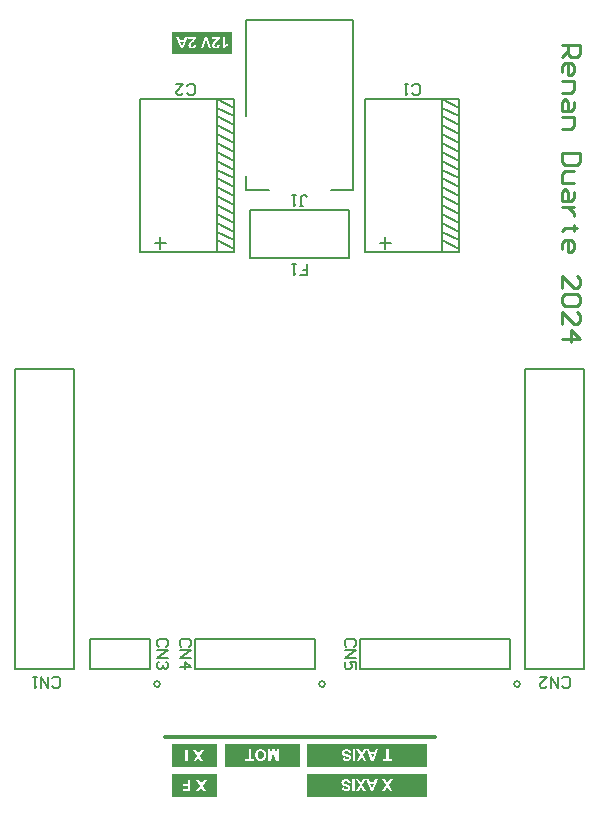
<source format=gto>
G04*
G04 #@! TF.GenerationSoftware,Altium Limited,CircuitStudio,1.5.2 (30)*
G04*
G04 Layer_Color=15065295*
%FSLAX44Y44*%
%MOMM*%
G71*
G01*
G75*
%ADD18C,0.2540*%
%ADD31C,0.1524*%
%ADD32C,0.1270*%
%ADD33C,0.1500*%
%ADD34C,0.3000*%
G36*
X1382950Y1022225D02*
X1281350D01*
Y1041275D01*
X1382950D01*
Y1022225D01*
D02*
G37*
G36*
X1217850Y1650875D02*
X1167050D01*
Y1669925D01*
X1217850D01*
Y1650875D01*
D02*
G37*
G36*
X1275000Y1047625D02*
X1211500D01*
Y1066675D01*
X1275000D01*
Y1047625D01*
D02*
G37*
G36*
X1205150Y1022225D02*
X1167050D01*
Y1041275D01*
X1205150D01*
Y1022225D01*
D02*
G37*
G36*
Y1047625D02*
X1167050D01*
Y1066675D01*
X1205150D01*
Y1047625D01*
D02*
G37*
G36*
X1382950D02*
X1281350D01*
Y1066675D01*
X1382950D01*
Y1047625D01*
D02*
G37*
%LPC*%
G36*
X1353832Y1036723D02*
X1351510D01*
X1349364Y1033463D01*
X1347229Y1036723D01*
X1344897D01*
X1348208Y1031713D01*
X1345188Y1027110D01*
X1347438D01*
X1349354Y1029995D01*
X1351249Y1027110D01*
X1353519D01*
X1350500Y1031724D01*
X1353832Y1036723D01*
D02*
G37*
G36*
X1350447Y1062123D02*
X1348510D01*
Y1054135D01*
X1345678D01*
Y1052510D01*
X1353301D01*
Y1054135D01*
X1350447D01*
Y1062123D01*
D02*
G37*
G36*
X1322111D02*
X1320174D01*
Y1052510D01*
X1322111D01*
Y1062123D01*
D02*
G37*
G36*
X1341148Y1036723D02*
X1339096D01*
X1338294Y1034536D01*
X1334451D01*
X1333608Y1036723D01*
X1331494D01*
X1335347Y1027110D01*
X1337409D01*
X1341148Y1036723D01*
D02*
G37*
G36*
X1331452D02*
X1329130D01*
X1326985Y1033463D01*
X1324850Y1036723D01*
X1322517D01*
X1325829Y1031713D01*
X1322809Y1027110D01*
X1325058D01*
X1326974Y1029995D01*
X1328870Y1027110D01*
X1331140D01*
X1328120Y1031724D01*
X1331452Y1036723D01*
D02*
G37*
G36*
X1331983Y1062123D02*
X1329661D01*
X1327516Y1058863D01*
X1325381Y1062123D01*
X1323048D01*
X1326360Y1057113D01*
X1323340Y1052510D01*
X1325589D01*
X1327505Y1055395D01*
X1329401Y1052510D01*
X1331671D01*
X1328651Y1057124D01*
X1331983Y1062123D01*
D02*
G37*
G36*
X1341679D02*
X1339627D01*
X1338825Y1059936D01*
X1334983D01*
X1334139Y1062123D01*
X1332025D01*
X1335878Y1052510D01*
X1337940D01*
X1341679Y1062123D01*
D02*
G37*
G36*
X1314946Y1062300D02*
X1314634D01*
X1314415Y1062289D01*
X1314196Y1062268D01*
X1314009Y1062247D01*
X1313821Y1062216D01*
X1313644Y1062196D01*
X1313488Y1062164D01*
X1313342Y1062123D01*
X1313217Y1062091D01*
X1313103Y1062060D01*
X1312999Y1062039D01*
X1312915Y1062008D01*
X1312853Y1061987D01*
X1312811Y1061966D01*
X1312780Y1061956D01*
X1312769D01*
X1312467Y1061810D01*
X1312207Y1061644D01*
X1311989Y1061456D01*
X1311801Y1061289D01*
X1311655Y1061133D01*
X1311603Y1061060D01*
X1311551Y1060998D01*
X1311520Y1060956D01*
X1311489Y1060915D01*
X1311468Y1060894D01*
Y1060883D01*
X1311384Y1060748D01*
X1311312Y1060602D01*
X1311197Y1060331D01*
X1311114Y1060071D01*
X1311062Y1059831D01*
X1311041Y1059727D01*
X1311020Y1059634D01*
X1311010Y1059540D01*
Y1059467D01*
X1310999Y1059415D01*
Y1059363D01*
Y1059342D01*
Y1059332D01*
X1311020Y1059009D01*
X1311062Y1058707D01*
X1311124Y1058446D01*
X1311155Y1058332D01*
X1311187Y1058228D01*
X1311228Y1058134D01*
X1311259Y1058051D01*
X1311291Y1057978D01*
X1311322Y1057915D01*
X1311353Y1057863D01*
X1311364Y1057832D01*
X1311384Y1057811D01*
Y1057801D01*
X1311541Y1057582D01*
X1311718Y1057384D01*
X1311895Y1057218D01*
X1312061Y1057072D01*
X1312218Y1056968D01*
X1312343Y1056884D01*
X1312395Y1056863D01*
X1312426Y1056843D01*
X1312447Y1056822D01*
X1312457D01*
X1312592Y1056759D01*
X1312738Y1056686D01*
X1312905Y1056624D01*
X1313071Y1056562D01*
X1313415Y1056447D01*
X1313759Y1056343D01*
X1313915Y1056301D01*
X1314071Y1056260D01*
X1314196Y1056218D01*
X1314321Y1056187D01*
X1314415Y1056166D01*
X1314488Y1056145D01*
X1314530Y1056134D01*
X1314550D01*
X1314800Y1056072D01*
X1315029Y1056010D01*
X1315238Y1055947D01*
X1315425Y1055885D01*
X1315592Y1055833D01*
X1315737Y1055780D01*
X1315862Y1055728D01*
X1315967Y1055687D01*
X1316060Y1055645D01*
X1316144Y1055603D01*
X1316206Y1055572D01*
X1316248Y1055541D01*
X1316290Y1055520D01*
X1316310Y1055499D01*
X1316331Y1055489D01*
X1316425Y1055395D01*
X1316498Y1055301D01*
X1316539Y1055197D01*
X1316581Y1055104D01*
X1316602Y1055031D01*
X1316612Y1054958D01*
Y1054916D01*
Y1054906D01*
X1316602Y1054770D01*
X1316560Y1054656D01*
X1316519Y1054552D01*
X1316456Y1054468D01*
X1316404Y1054406D01*
X1316352Y1054354D01*
X1316321Y1054323D01*
X1316310Y1054312D01*
X1316112Y1054197D01*
X1315904Y1054104D01*
X1315675Y1054041D01*
X1315467Y1054000D01*
X1315269Y1053979D01*
X1315186Y1053968D01*
X1315113Y1053958D01*
X1314977D01*
X1314686Y1053968D01*
X1314436Y1054010D01*
X1314227Y1054062D01*
X1314050Y1054125D01*
X1313915Y1054187D01*
X1313821Y1054239D01*
X1313769Y1054281D01*
X1313748Y1054291D01*
X1313603Y1054427D01*
X1313488Y1054593D01*
X1313394Y1054770D01*
X1313322Y1054937D01*
X1313269Y1055093D01*
X1313249Y1055166D01*
X1313228Y1055229D01*
X1313217Y1055270D01*
Y1055312D01*
X1313207Y1055333D01*
Y1055343D01*
X1311270Y1055270D01*
X1311291Y1055031D01*
X1311322Y1054801D01*
X1311374Y1054583D01*
X1311447Y1054385D01*
X1311520Y1054197D01*
X1311603Y1054020D01*
X1311687Y1053864D01*
X1311770Y1053718D01*
X1311864Y1053594D01*
X1311947Y1053479D01*
X1312020Y1053375D01*
X1312093Y1053302D01*
X1312155Y1053239D01*
X1312197Y1053187D01*
X1312228Y1053167D01*
X1312238Y1053156D01*
X1312415Y1053010D01*
X1312613Y1052896D01*
X1312832Y1052781D01*
X1313051Y1052688D01*
X1313269Y1052615D01*
X1313499Y1052552D01*
X1313728Y1052500D01*
X1313936Y1052458D01*
X1314144Y1052417D01*
X1314342Y1052396D01*
X1314509Y1052375D01*
X1314665Y1052365D01*
X1314779Y1052354D01*
X1314957D01*
X1315363Y1052365D01*
X1315540Y1052385D01*
X1315727Y1052406D01*
X1315894Y1052438D01*
X1316050Y1052458D01*
X1316185Y1052490D01*
X1316321Y1052521D01*
X1316446Y1052562D01*
X1316550Y1052594D01*
X1316633Y1052615D01*
X1316716Y1052646D01*
X1316768Y1052667D01*
X1316821Y1052688D01*
X1316841Y1052698D01*
X1316852D01*
X1317123Y1052833D01*
X1317372Y1052990D01*
X1317570Y1053146D01*
X1317747Y1053302D01*
X1317872Y1053448D01*
X1317977Y1053562D01*
X1318008Y1053604D01*
X1318029Y1053635D01*
X1318049Y1053656D01*
Y1053666D01*
X1318185Y1053906D01*
X1318289Y1054145D01*
X1318362Y1054385D01*
X1318414Y1054593D01*
X1318445Y1054770D01*
X1318456Y1054854D01*
Y1054916D01*
X1318466Y1054968D01*
Y1055010D01*
Y1055031D01*
Y1055041D01*
X1318456Y1055249D01*
X1318424Y1055447D01*
X1318383Y1055645D01*
X1318331Y1055822D01*
X1318258Y1055989D01*
X1318185Y1056155D01*
X1318102Y1056301D01*
X1318018Y1056436D01*
X1317945Y1056562D01*
X1317862Y1056666D01*
X1317789Y1056759D01*
X1317716Y1056832D01*
X1317664Y1056895D01*
X1317623Y1056936D01*
X1317591Y1056968D01*
X1317581Y1056978D01*
X1317456Y1057082D01*
X1317310Y1057176D01*
X1317143Y1057270D01*
X1316977Y1057363D01*
X1316612Y1057520D01*
X1316248Y1057665D01*
X1316081Y1057717D01*
X1315925Y1057769D01*
X1315779Y1057822D01*
X1315644Y1057853D01*
X1315540Y1057884D01*
X1315467Y1057905D01*
X1315415Y1057926D01*
X1315394D01*
X1315175Y1057978D01*
X1314977Y1058030D01*
X1314800Y1058072D01*
X1314644Y1058113D01*
X1314498Y1058155D01*
X1314373Y1058186D01*
X1314259Y1058217D01*
X1314165Y1058249D01*
X1314082Y1058269D01*
X1314019Y1058290D01*
X1313957Y1058311D01*
X1313915Y1058322D01*
X1313884Y1058332D01*
X1313863D01*
X1313842Y1058342D01*
X1313665Y1058415D01*
X1313519Y1058478D01*
X1313405Y1058551D01*
X1313301Y1058613D01*
X1313238Y1058676D01*
X1313186Y1058717D01*
X1313155Y1058748D01*
X1313144Y1058759D01*
X1313071Y1058853D01*
X1313020Y1058946D01*
X1312988Y1059050D01*
X1312957Y1059144D01*
X1312947Y1059217D01*
X1312936Y1059279D01*
Y1059332D01*
Y1059342D01*
Y1059436D01*
X1312957Y1059529D01*
X1313009Y1059706D01*
X1313092Y1059873D01*
X1313176Y1060008D01*
X1313259Y1060113D01*
X1313342Y1060196D01*
X1313394Y1060248D01*
X1313405Y1060269D01*
X1313415D01*
X1313509Y1060342D01*
X1313613Y1060404D01*
X1313842Y1060498D01*
X1314082Y1060571D01*
X1314311Y1060612D01*
X1314519Y1060644D01*
X1314602Y1060654D01*
X1314686D01*
X1314748Y1060665D01*
X1314842D01*
X1315154Y1060644D01*
X1315435Y1060592D01*
X1315675Y1060529D01*
X1315883Y1060446D01*
X1315967Y1060404D01*
X1316039Y1060363D01*
X1316112Y1060331D01*
X1316165Y1060300D01*
X1316206Y1060269D01*
X1316237Y1060248D01*
X1316248Y1060227D01*
X1316258D01*
X1316352Y1060134D01*
X1316435Y1060040D01*
X1316581Y1059821D01*
X1316706Y1059582D01*
X1316800Y1059352D01*
X1316862Y1059144D01*
X1316893Y1059061D01*
X1316914Y1058978D01*
X1316925Y1058915D01*
X1316935Y1058863D01*
X1316946Y1058832D01*
Y1058821D01*
X1318831Y1059009D01*
X1318789Y1059300D01*
X1318726Y1059582D01*
X1318653Y1059831D01*
X1318570Y1060071D01*
X1318476Y1060290D01*
X1318383Y1060498D01*
X1318279Y1060675D01*
X1318174Y1060842D01*
X1318081Y1060987D01*
X1317987Y1061112D01*
X1317893Y1061217D01*
X1317820Y1061310D01*
X1317758Y1061373D01*
X1317706Y1061425D01*
X1317675Y1061456D01*
X1317664Y1061467D01*
X1317466Y1061612D01*
X1317258Y1061737D01*
X1317039Y1061852D01*
X1316810Y1061945D01*
X1316581Y1062029D01*
X1316352Y1062091D01*
X1316123Y1062154D01*
X1315894Y1062196D01*
X1315685Y1062227D01*
X1315488Y1062258D01*
X1315311Y1062279D01*
X1315165Y1062289D01*
X1315040D01*
X1314946Y1062300D01*
D02*
G37*
G36*
X1314415Y1036900D02*
X1314102D01*
X1313884Y1036889D01*
X1313665Y1036868D01*
X1313478Y1036848D01*
X1313290Y1036816D01*
X1313113Y1036796D01*
X1312957Y1036764D01*
X1312811Y1036723D01*
X1312686Y1036691D01*
X1312572Y1036660D01*
X1312467Y1036639D01*
X1312384Y1036608D01*
X1312322Y1036587D01*
X1312280Y1036566D01*
X1312249Y1036556D01*
X1312238D01*
X1311936Y1036410D01*
X1311676Y1036244D01*
X1311457Y1036056D01*
X1311270Y1035889D01*
X1311124Y1035733D01*
X1311072Y1035660D01*
X1311020Y1035598D01*
X1310989Y1035556D01*
X1310957Y1035515D01*
X1310937Y1035494D01*
Y1035483D01*
X1310853Y1035348D01*
X1310780Y1035202D01*
X1310666Y1034931D01*
X1310583Y1034671D01*
X1310531Y1034432D01*
X1310510Y1034327D01*
X1310489Y1034234D01*
X1310479Y1034140D01*
Y1034067D01*
X1310468Y1034015D01*
Y1033963D01*
Y1033942D01*
Y1033932D01*
X1310489Y1033609D01*
X1310531Y1033307D01*
X1310593Y1033046D01*
X1310624Y1032932D01*
X1310656Y1032828D01*
X1310697Y1032734D01*
X1310728Y1032651D01*
X1310760Y1032578D01*
X1310791Y1032515D01*
X1310822Y1032463D01*
X1310833Y1032432D01*
X1310853Y1032411D01*
Y1032401D01*
X1311010Y1032182D01*
X1311187Y1031984D01*
X1311364Y1031818D01*
X1311530Y1031672D01*
X1311687Y1031568D01*
X1311811Y1031484D01*
X1311864Y1031463D01*
X1311895Y1031443D01*
X1311916Y1031422D01*
X1311926D01*
X1312061Y1031359D01*
X1312207Y1031286D01*
X1312374Y1031224D01*
X1312540Y1031161D01*
X1312884Y1031047D01*
X1313228Y1030943D01*
X1313384Y1030901D01*
X1313540Y1030860D01*
X1313665Y1030818D01*
X1313790Y1030787D01*
X1313884Y1030766D01*
X1313957Y1030745D01*
X1313998Y1030734D01*
X1314019D01*
X1314269Y1030672D01*
X1314498Y1030610D01*
X1314707Y1030547D01*
X1314894Y1030485D01*
X1315061Y1030433D01*
X1315206Y1030380D01*
X1315331Y1030328D01*
X1315435Y1030287D01*
X1315529Y1030245D01*
X1315613Y1030203D01*
X1315675Y1030172D01*
X1315717Y1030141D01*
X1315758Y1030120D01*
X1315779Y1030099D01*
X1315800Y1030089D01*
X1315894Y1029995D01*
X1315967Y1029901D01*
X1316008Y1029797D01*
X1316050Y1029704D01*
X1316071Y1029631D01*
X1316081Y1029558D01*
Y1029516D01*
Y1029506D01*
X1316071Y1029370D01*
X1316029Y1029256D01*
X1315988Y1029152D01*
X1315925Y1029068D01*
X1315873Y1029006D01*
X1315821Y1028954D01*
X1315790Y1028923D01*
X1315779Y1028912D01*
X1315581Y1028798D01*
X1315373Y1028704D01*
X1315144Y1028641D01*
X1314936Y1028600D01*
X1314738Y1028579D01*
X1314655Y1028568D01*
X1314582Y1028558D01*
X1314446D01*
X1314155Y1028568D01*
X1313905Y1028610D01*
X1313696Y1028662D01*
X1313519Y1028725D01*
X1313384Y1028787D01*
X1313290Y1028839D01*
X1313238Y1028881D01*
X1313217Y1028891D01*
X1313071Y1029027D01*
X1312957Y1029193D01*
X1312863Y1029370D01*
X1312790Y1029537D01*
X1312738Y1029693D01*
X1312717Y1029766D01*
X1312697Y1029828D01*
X1312686Y1029870D01*
Y1029912D01*
X1312676Y1029933D01*
Y1029943D01*
X1310739Y1029870D01*
X1310760Y1029631D01*
X1310791Y1029401D01*
X1310843Y1029183D01*
X1310916Y1028985D01*
X1310989Y1028798D01*
X1311072Y1028621D01*
X1311155Y1028464D01*
X1311239Y1028318D01*
X1311332Y1028194D01*
X1311416Y1028079D01*
X1311489Y1027975D01*
X1311561Y1027902D01*
X1311624Y1027839D01*
X1311666Y1027787D01*
X1311697Y1027766D01*
X1311707Y1027756D01*
X1311884Y1027610D01*
X1312082Y1027496D01*
X1312301Y1027381D01*
X1312520Y1027288D01*
X1312738Y1027215D01*
X1312967Y1027152D01*
X1313197Y1027100D01*
X1313405Y1027058D01*
X1313613Y1027017D01*
X1313811Y1026996D01*
X1313978Y1026975D01*
X1314134Y1026965D01*
X1314248Y1026954D01*
X1314425D01*
X1314832Y1026965D01*
X1315009Y1026985D01*
X1315196Y1027006D01*
X1315363Y1027038D01*
X1315519Y1027058D01*
X1315654Y1027090D01*
X1315790Y1027121D01*
X1315915Y1027162D01*
X1316019Y1027194D01*
X1316102Y1027215D01*
X1316185Y1027246D01*
X1316237Y1027267D01*
X1316290Y1027288D01*
X1316310Y1027298D01*
X1316321D01*
X1316591Y1027433D01*
X1316841Y1027589D01*
X1317039Y1027746D01*
X1317216Y1027902D01*
X1317341Y1028048D01*
X1317445Y1028162D01*
X1317477Y1028204D01*
X1317498Y1028235D01*
X1317518Y1028256D01*
Y1028266D01*
X1317654Y1028506D01*
X1317758Y1028745D01*
X1317831Y1028985D01*
X1317883Y1029193D01*
X1317914Y1029370D01*
X1317924Y1029454D01*
Y1029516D01*
X1317935Y1029568D01*
Y1029610D01*
Y1029631D01*
Y1029641D01*
X1317924Y1029849D01*
X1317893Y1030047D01*
X1317852Y1030245D01*
X1317800Y1030422D01*
X1317727Y1030589D01*
X1317654Y1030755D01*
X1317570Y1030901D01*
X1317487Y1031037D01*
X1317414Y1031161D01*
X1317331Y1031266D01*
X1317258Y1031359D01*
X1317185Y1031432D01*
X1317133Y1031495D01*
X1317091Y1031536D01*
X1317060Y1031568D01*
X1317050Y1031578D01*
X1316925Y1031682D01*
X1316779Y1031776D01*
X1316612Y1031870D01*
X1316446Y1031963D01*
X1316081Y1032120D01*
X1315717Y1032265D01*
X1315550Y1032317D01*
X1315394Y1032370D01*
X1315248Y1032422D01*
X1315113Y1032453D01*
X1315009Y1032484D01*
X1314936Y1032505D01*
X1314884Y1032526D01*
X1314863D01*
X1314644Y1032578D01*
X1314446Y1032630D01*
X1314269Y1032672D01*
X1314113Y1032713D01*
X1313967Y1032755D01*
X1313842Y1032786D01*
X1313728Y1032817D01*
X1313634Y1032849D01*
X1313551Y1032869D01*
X1313488Y1032890D01*
X1313426Y1032911D01*
X1313384Y1032922D01*
X1313353Y1032932D01*
X1313332D01*
X1313311Y1032942D01*
X1313134Y1033015D01*
X1312988Y1033078D01*
X1312874Y1033151D01*
X1312769Y1033213D01*
X1312707Y1033276D01*
X1312655Y1033317D01*
X1312624Y1033348D01*
X1312613Y1033359D01*
X1312540Y1033453D01*
X1312488Y1033546D01*
X1312457Y1033650D01*
X1312426Y1033744D01*
X1312415Y1033817D01*
X1312405Y1033879D01*
Y1033932D01*
Y1033942D01*
Y1034036D01*
X1312426Y1034129D01*
X1312478Y1034306D01*
X1312561Y1034473D01*
X1312645Y1034609D01*
X1312728Y1034713D01*
X1312811Y1034796D01*
X1312863Y1034848D01*
X1312874Y1034869D01*
X1312884D01*
X1312978Y1034942D01*
X1313082Y1035004D01*
X1313311Y1035098D01*
X1313551Y1035171D01*
X1313780Y1035212D01*
X1313988Y1035244D01*
X1314071Y1035254D01*
X1314155D01*
X1314217Y1035265D01*
X1314311D01*
X1314623Y1035244D01*
X1314904Y1035192D01*
X1315144Y1035129D01*
X1315352Y1035046D01*
X1315435Y1035004D01*
X1315508Y1034963D01*
X1315581Y1034931D01*
X1315633Y1034900D01*
X1315675Y1034869D01*
X1315706Y1034848D01*
X1315717Y1034827D01*
X1315727D01*
X1315821Y1034734D01*
X1315904Y1034640D01*
X1316050Y1034421D01*
X1316175Y1034182D01*
X1316269Y1033952D01*
X1316331Y1033744D01*
X1316362Y1033661D01*
X1316383Y1033577D01*
X1316394Y1033515D01*
X1316404Y1033463D01*
X1316414Y1033432D01*
Y1033421D01*
X1318299Y1033609D01*
X1318258Y1033900D01*
X1318195Y1034182D01*
X1318122Y1034432D01*
X1318039Y1034671D01*
X1317945Y1034890D01*
X1317852Y1035098D01*
X1317747Y1035275D01*
X1317643Y1035442D01*
X1317550Y1035587D01*
X1317456Y1035712D01*
X1317362Y1035816D01*
X1317289Y1035910D01*
X1317227Y1035973D01*
X1317175Y1036025D01*
X1317143Y1036056D01*
X1317133Y1036067D01*
X1316935Y1036212D01*
X1316727Y1036337D01*
X1316508Y1036452D01*
X1316279Y1036545D01*
X1316050Y1036629D01*
X1315821Y1036691D01*
X1315592Y1036754D01*
X1315363Y1036796D01*
X1315154Y1036827D01*
X1314957Y1036858D01*
X1314779Y1036879D01*
X1314634Y1036889D01*
X1314509D01*
X1314415Y1036900D01*
D02*
G37*
G36*
X1321580Y1036723D02*
X1319643D01*
Y1027110D01*
X1321580D01*
Y1036723D01*
D02*
G37*
G36*
X1182564Y1036556D02*
X1180627D01*
Y1032474D01*
X1176608D01*
Y1030849D01*
X1180627D01*
Y1028568D01*
X1175972D01*
Y1026944D01*
X1182564D01*
Y1036556D01*
D02*
G37*
G36*
X1207550Y1665222D02*
X1201094D01*
Y1663514D01*
X1204759D01*
X1204634Y1663337D01*
X1204572Y1663253D01*
X1204520Y1663170D01*
X1204468Y1663107D01*
X1204426Y1663055D01*
X1204395Y1663024D01*
X1204384Y1663014D01*
X1204332Y1662962D01*
X1204270Y1662889D01*
X1204197Y1662816D01*
X1204114Y1662733D01*
X1203937Y1662556D01*
X1203749Y1662379D01*
X1203572Y1662212D01*
X1203489Y1662139D01*
X1203416Y1662077D01*
X1203364Y1662025D01*
X1203322Y1661983D01*
X1203291Y1661962D01*
X1203280Y1661952D01*
X1203124Y1661806D01*
X1202979Y1661670D01*
X1202843Y1661535D01*
X1202718Y1661420D01*
X1202614Y1661306D01*
X1202510Y1661212D01*
X1202427Y1661118D01*
X1202343Y1661035D01*
X1202229Y1660900D01*
X1202135Y1660806D01*
X1202093Y1660744D01*
X1202073Y1660723D01*
X1201896Y1660483D01*
X1201739Y1660254D01*
X1201614Y1660046D01*
X1201510Y1659869D01*
X1201437Y1659713D01*
X1201406Y1659650D01*
X1201375Y1659598D01*
X1201354Y1659556D01*
X1201344Y1659515D01*
X1201333Y1659504D01*
Y1659494D01*
X1201250Y1659275D01*
X1201198Y1659057D01*
X1201156Y1658848D01*
X1201125Y1658650D01*
X1201104Y1658494D01*
Y1658421D01*
X1201094Y1658369D01*
Y1658317D01*
Y1658286D01*
Y1658265D01*
Y1658255D01*
X1201104Y1658046D01*
X1201125Y1657848D01*
X1201167Y1657661D01*
X1201219Y1657473D01*
X1201281Y1657307D01*
X1201354Y1657151D01*
X1201427Y1657005D01*
X1201500Y1656880D01*
X1201583Y1656755D01*
X1201656Y1656651D01*
X1201729Y1656557D01*
X1201791Y1656484D01*
X1201843Y1656432D01*
X1201885Y1656380D01*
X1201906Y1656359D01*
X1201916Y1656349D01*
X1202073Y1656214D01*
X1202250Y1656099D01*
X1202427Y1655995D01*
X1202604Y1655901D01*
X1202791Y1655828D01*
X1202979Y1655766D01*
X1203156Y1655714D01*
X1203333Y1655672D01*
X1203499Y1655641D01*
X1203655Y1655620D01*
X1203791Y1655599D01*
X1203905Y1655589D01*
X1204009Y1655578D01*
X1204145D01*
X1204384Y1655589D01*
X1204613Y1655609D01*
X1204832Y1655641D01*
X1205030Y1655682D01*
X1205228Y1655734D01*
X1205405Y1655786D01*
X1205561Y1655849D01*
X1205717Y1655911D01*
X1205853Y1655974D01*
X1205967Y1656036D01*
X1206071Y1656089D01*
X1206155Y1656141D01*
X1206217Y1656182D01*
X1206269Y1656214D01*
X1206301Y1656234D01*
X1206311Y1656245D01*
X1206467Y1656380D01*
X1206603Y1656526D01*
X1206728Y1656693D01*
X1206832Y1656870D01*
X1206925Y1657047D01*
X1207009Y1657234D01*
X1207082Y1657411D01*
X1207144Y1657588D01*
X1207196Y1657755D01*
X1207238Y1657911D01*
X1207269Y1658057D01*
X1207290Y1658182D01*
X1207311Y1658286D01*
X1207321Y1658369D01*
X1207332Y1658411D01*
Y1658432D01*
X1205499Y1658609D01*
X1205488Y1658463D01*
X1205468Y1658327D01*
X1205415Y1658088D01*
X1205353Y1657890D01*
X1205291Y1657734D01*
X1205218Y1657609D01*
X1205165Y1657526D01*
X1205124Y1657484D01*
X1205113Y1657463D01*
X1204978Y1657349D01*
X1204822Y1657255D01*
X1204666Y1657192D01*
X1204520Y1657151D01*
X1204384Y1657130D01*
X1204280Y1657109D01*
X1204187D01*
X1203978Y1657119D01*
X1203801Y1657161D01*
X1203645Y1657213D01*
X1203510Y1657276D01*
X1203406Y1657338D01*
X1203333Y1657390D01*
X1203280Y1657432D01*
X1203270Y1657442D01*
X1203156Y1657578D01*
X1203072Y1657734D01*
X1203020Y1657890D01*
X1202979Y1658036D01*
X1202958Y1658182D01*
X1202937Y1658286D01*
Y1658327D01*
Y1658359D01*
Y1658380D01*
Y1658390D01*
X1202958Y1658598D01*
X1202999Y1658806D01*
X1203062Y1658994D01*
X1203124Y1659161D01*
X1203197Y1659306D01*
X1203260Y1659421D01*
X1203291Y1659463D01*
X1203301Y1659494D01*
X1203322Y1659504D01*
Y1659515D01*
X1203385Y1659598D01*
X1203468Y1659702D01*
X1203572Y1659817D01*
X1203676Y1659931D01*
X1203926Y1660192D01*
X1204197Y1660452D01*
X1204322Y1660577D01*
X1204447Y1660702D01*
X1204551Y1660806D01*
X1204655Y1660900D01*
X1204738Y1660973D01*
X1204801Y1661035D01*
X1204843Y1661077D01*
X1204853Y1661087D01*
X1205134Y1661348D01*
X1205384Y1661597D01*
X1205624Y1661837D01*
X1205832Y1662056D01*
X1206019Y1662254D01*
X1206186Y1662451D01*
X1206342Y1662618D01*
X1206467Y1662774D01*
X1206582Y1662920D01*
X1206675Y1663035D01*
X1206759Y1663149D01*
X1206821Y1663233D01*
X1206863Y1663295D01*
X1206905Y1663347D01*
X1206915Y1663378D01*
X1206925Y1663389D01*
X1207103Y1663712D01*
X1207238Y1664034D01*
X1207352Y1664347D01*
X1207436Y1664628D01*
X1207467Y1664753D01*
X1207488Y1664868D01*
X1207509Y1664972D01*
X1207530Y1665055D01*
X1207540Y1665128D01*
Y1665180D01*
X1207550Y1665211D01*
Y1665222D01*
D02*
G37*
G36*
X1187399D02*
X1180943D01*
Y1663514D01*
X1184608D01*
X1184483Y1663337D01*
X1184421Y1663253D01*
X1184369Y1663170D01*
X1184317Y1663107D01*
X1184275Y1663055D01*
X1184244Y1663024D01*
X1184233Y1663014D01*
X1184181Y1662962D01*
X1184119Y1662889D01*
X1184046Y1662816D01*
X1183963Y1662733D01*
X1183785Y1662556D01*
X1183598Y1662379D01*
X1183421Y1662212D01*
X1183338Y1662139D01*
X1183265Y1662077D01*
X1183213Y1662025D01*
X1183171Y1661983D01*
X1183140Y1661962D01*
X1183130Y1661952D01*
X1182973Y1661806D01*
X1182828Y1661670D01*
X1182692Y1661535D01*
X1182567Y1661420D01*
X1182463Y1661306D01*
X1182359Y1661212D01*
X1182275Y1661118D01*
X1182192Y1661035D01*
X1182078Y1660900D01*
X1181984Y1660806D01*
X1181942Y1660744D01*
X1181921Y1660723D01*
X1181744Y1660483D01*
X1181588Y1660254D01*
X1181463Y1660046D01*
X1181359Y1659869D01*
X1181286Y1659713D01*
X1181255Y1659650D01*
X1181224Y1659598D01*
X1181203Y1659556D01*
X1181192Y1659515D01*
X1181182Y1659504D01*
Y1659494D01*
X1181099Y1659275D01*
X1181047Y1659057D01*
X1181005Y1658848D01*
X1180974Y1658650D01*
X1180953Y1658494D01*
Y1658421D01*
X1180943Y1658369D01*
Y1658317D01*
Y1658286D01*
Y1658265D01*
Y1658255D01*
X1180953Y1658046D01*
X1180974Y1657848D01*
X1181015Y1657661D01*
X1181068Y1657473D01*
X1181130Y1657307D01*
X1181203Y1657151D01*
X1181276Y1657005D01*
X1181349Y1656880D01*
X1181432Y1656755D01*
X1181505Y1656651D01*
X1181578Y1656557D01*
X1181640Y1656484D01*
X1181692Y1656432D01*
X1181734Y1656380D01*
X1181755Y1656359D01*
X1181765Y1656349D01*
X1181921Y1656214D01*
X1182098Y1656099D01*
X1182275Y1655995D01*
X1182453Y1655901D01*
X1182640Y1655828D01*
X1182828Y1655766D01*
X1183005Y1655714D01*
X1183182Y1655672D01*
X1183348Y1655641D01*
X1183504Y1655620D01*
X1183640Y1655599D01*
X1183754Y1655589D01*
X1183858Y1655578D01*
X1183994D01*
X1184233Y1655589D01*
X1184463Y1655609D01*
X1184681Y1655641D01*
X1184879Y1655682D01*
X1185077Y1655734D01*
X1185254Y1655786D01*
X1185410Y1655849D01*
X1185566Y1655911D01*
X1185702Y1655974D01*
X1185816Y1656036D01*
X1185920Y1656089D01*
X1186004Y1656141D01*
X1186066Y1656182D01*
X1186118Y1656214D01*
X1186150Y1656234D01*
X1186160Y1656245D01*
X1186316Y1656380D01*
X1186451Y1656526D01*
X1186577Y1656693D01*
X1186681Y1656870D01*
X1186774Y1657047D01*
X1186858Y1657234D01*
X1186931Y1657411D01*
X1186993Y1657588D01*
X1187045Y1657755D01*
X1187087Y1657911D01*
X1187118Y1658057D01*
X1187139Y1658182D01*
X1187160Y1658286D01*
X1187170Y1658369D01*
X1187180Y1658411D01*
Y1658432D01*
X1185348Y1658609D01*
X1185337Y1658463D01*
X1185316Y1658327D01*
X1185264Y1658088D01*
X1185202Y1657890D01*
X1185139Y1657734D01*
X1185067Y1657609D01*
X1185014Y1657526D01*
X1184973Y1657484D01*
X1184962Y1657463D01*
X1184827Y1657349D01*
X1184671Y1657255D01*
X1184514Y1657192D01*
X1184369Y1657151D01*
X1184233Y1657130D01*
X1184129Y1657109D01*
X1184035D01*
X1183827Y1657119D01*
X1183650Y1657161D01*
X1183494Y1657213D01*
X1183359Y1657276D01*
X1183254Y1657338D01*
X1183182Y1657390D01*
X1183130Y1657432D01*
X1183119Y1657442D01*
X1183005Y1657578D01*
X1182921Y1657734D01*
X1182869Y1657890D01*
X1182828Y1658036D01*
X1182807Y1658182D01*
X1182786Y1658286D01*
Y1658327D01*
Y1658359D01*
Y1658380D01*
Y1658390D01*
X1182807Y1658598D01*
X1182848Y1658806D01*
X1182911Y1658994D01*
X1182973Y1659161D01*
X1183046Y1659306D01*
X1183109Y1659421D01*
X1183140Y1659463D01*
X1183150Y1659494D01*
X1183171Y1659504D01*
Y1659515D01*
X1183234Y1659598D01*
X1183317Y1659702D01*
X1183421Y1659817D01*
X1183525Y1659931D01*
X1183775Y1660192D01*
X1184046Y1660452D01*
X1184171Y1660577D01*
X1184296Y1660702D01*
X1184400Y1660806D01*
X1184504Y1660900D01*
X1184587Y1660973D01*
X1184650Y1661035D01*
X1184692Y1661077D01*
X1184702Y1661087D01*
X1184983Y1661348D01*
X1185233Y1661597D01*
X1185473Y1661837D01*
X1185681Y1662056D01*
X1185868Y1662254D01*
X1186035Y1662451D01*
X1186191Y1662618D01*
X1186316Y1662774D01*
X1186431Y1662920D01*
X1186524Y1663035D01*
X1186608Y1663149D01*
X1186670Y1663233D01*
X1186712Y1663295D01*
X1186753Y1663347D01*
X1186764Y1663378D01*
X1186774Y1663389D01*
X1186951Y1663712D01*
X1187087Y1664034D01*
X1187201Y1664347D01*
X1187285Y1664628D01*
X1187316Y1664753D01*
X1187337Y1664868D01*
X1187357Y1664972D01*
X1187378Y1665055D01*
X1187389Y1665128D01*
Y1665180D01*
X1187399Y1665211D01*
Y1665222D01*
D02*
G37*
G36*
X1257548Y1062123D02*
X1255757D01*
Y1054562D01*
X1253862Y1062123D01*
X1251987D01*
X1250092Y1054562D01*
X1250082Y1062123D01*
X1248290D01*
Y1052510D01*
X1251206D01*
X1252914Y1059071D01*
X1254643Y1052510D01*
X1257548D01*
Y1062123D01*
D02*
G37*
G36*
X1180266Y1665222D02*
X1178214D01*
X1177412Y1663035D01*
X1173569D01*
X1172726Y1665222D01*
X1170612D01*
X1174465Y1655609D01*
X1176527D01*
X1180266Y1665222D01*
D02*
G37*
G36*
X1196991D02*
X1194908D01*
X1191471Y1655609D01*
X1193533D01*
X1195887Y1662722D01*
X1198324Y1655609D01*
X1200417D01*
X1196991Y1665222D01*
D02*
G37*
G36*
X1211914D02*
X1210070D01*
Y1655578D01*
X1211570D01*
X1211633Y1655745D01*
X1211705Y1655901D01*
X1211882Y1656193D01*
X1212070Y1656453D01*
X1212268Y1656682D01*
X1212362Y1656786D01*
X1212445Y1656870D01*
X1212518Y1656953D01*
X1212591Y1657015D01*
X1212643Y1657067D01*
X1212684Y1657099D01*
X1212716Y1657119D01*
X1212726Y1657130D01*
X1213038Y1657359D01*
X1213330Y1657546D01*
X1213590Y1657703D01*
X1213820Y1657817D01*
X1213924Y1657869D01*
X1214017Y1657911D01*
X1214090Y1657942D01*
X1214163Y1657973D01*
X1214215Y1657994D01*
X1214257Y1658005D01*
X1214278Y1658015D01*
X1214288D01*
Y1659692D01*
X1214038Y1659598D01*
X1213799Y1659504D01*
X1213559Y1659400D01*
X1213341Y1659286D01*
X1213132Y1659171D01*
X1212934Y1659057D01*
X1212757Y1658942D01*
X1212591Y1658827D01*
X1212434Y1658723D01*
X1212309Y1658619D01*
X1212185Y1658525D01*
X1212091Y1658452D01*
X1212018Y1658390D01*
X1211955Y1658338D01*
X1211924Y1658307D01*
X1211914Y1658296D01*
Y1665222D01*
D02*
G37*
G36*
X1193869Y1061956D02*
X1191546D01*
X1189401Y1058696D01*
X1187266Y1061956D01*
X1184934D01*
X1188245Y1056947D01*
X1185225Y1052344D01*
X1187475D01*
X1189391Y1055229D01*
X1191286Y1052344D01*
X1193556D01*
X1190536Y1056957D01*
X1193869Y1061956D01*
D02*
G37*
G36*
X1180268D02*
X1178331D01*
Y1052344D01*
X1180268D01*
Y1061956D01*
D02*
G37*
G36*
X1196228Y1036556D02*
X1193905D01*
X1191760Y1033296D01*
X1189625Y1036556D01*
X1187292D01*
X1190604Y1031547D01*
X1187584Y1026944D01*
X1189833D01*
X1191750Y1029828D01*
X1193645Y1026944D01*
X1195915D01*
X1192895Y1031557D01*
X1196228Y1036556D01*
D02*
G37*
G36*
X1242167Y1062300D02*
X1242073D01*
X1241688Y1062289D01*
X1241313Y1062247D01*
X1240969Y1062175D01*
X1240647Y1062091D01*
X1240344Y1061998D01*
X1240063Y1061883D01*
X1239813Y1061768D01*
X1239584Y1061644D01*
X1239376Y1061519D01*
X1239199Y1061404D01*
X1239043Y1061289D01*
X1238918Y1061196D01*
X1238814Y1061112D01*
X1238751Y1061040D01*
X1238699Y1060998D01*
X1238689Y1060987D01*
X1238459Y1060727D01*
X1238272Y1060456D01*
X1238095Y1060165D01*
X1237949Y1059863D01*
X1237835Y1059561D01*
X1237731Y1059259D01*
X1237647Y1058957D01*
X1237574Y1058676D01*
X1237522Y1058405D01*
X1237481Y1058144D01*
X1237460Y1057926D01*
X1237439Y1057728D01*
X1237429Y1057561D01*
X1237418Y1057499D01*
Y1057447D01*
Y1057405D01*
Y1057374D01*
Y1057353D01*
Y1057343D01*
X1237429Y1056916D01*
X1237470Y1056509D01*
X1237533Y1056134D01*
X1237616Y1055780D01*
X1237710Y1055458D01*
X1237824Y1055156D01*
X1237939Y1054874D01*
X1238053Y1054635D01*
X1238178Y1054406D01*
X1238293Y1054218D01*
X1238397Y1054052D01*
X1238501Y1053916D01*
X1238585Y1053812D01*
X1238647Y1053739D01*
X1238689Y1053687D01*
X1238699Y1053677D01*
X1238949Y1053448D01*
X1239209Y1053239D01*
X1239480Y1053062D01*
X1239761Y1052917D01*
X1240053Y1052781D01*
X1240334Y1052677D01*
X1240605Y1052594D01*
X1240876Y1052521D01*
X1241125Y1052469D01*
X1241355Y1052427D01*
X1241563Y1052396D01*
X1241740Y1052375D01*
X1241886Y1052365D01*
X1242000Y1052354D01*
X1242094D01*
X1242521Y1052375D01*
X1242917Y1052417D01*
X1243094Y1052448D01*
X1243271Y1052479D01*
X1243427Y1052510D01*
X1243573Y1052542D01*
X1243708Y1052583D01*
X1243823Y1052615D01*
X1243927Y1052646D01*
X1244010Y1052677D01*
X1244073Y1052708D01*
X1244125Y1052719D01*
X1244156Y1052740D01*
X1244166D01*
X1244416Y1052854D01*
X1244645Y1052990D01*
X1244864Y1053135D01*
X1245041Y1053281D01*
X1245197Y1053406D01*
X1245260Y1053458D01*
X1245312Y1053510D01*
X1245354Y1053552D01*
X1245385Y1053583D01*
X1245406Y1053594D01*
X1245416Y1053604D01*
X1245614Y1053833D01*
X1245791Y1054052D01*
X1245947Y1054281D01*
X1246072Y1054479D01*
X1246166Y1054666D01*
X1246208Y1054739D01*
X1246239Y1054801D01*
X1246270Y1054854D01*
X1246291Y1054895D01*
X1246301Y1054916D01*
Y1054927D01*
X1246374Y1055114D01*
X1246447Y1055322D01*
X1246551Y1055728D01*
X1246635Y1056145D01*
X1246655Y1056343D01*
X1246687Y1056530D01*
X1246697Y1056718D01*
X1246718Y1056874D01*
X1246728Y1057020D01*
Y1057145D01*
X1246739Y1057249D01*
Y1057332D01*
Y1057374D01*
Y1057395D01*
X1246728Y1057811D01*
X1246687Y1058207D01*
X1246624Y1058582D01*
X1246541Y1058925D01*
X1246447Y1059248D01*
X1246343Y1059540D01*
X1246228Y1059811D01*
X1246103Y1060050D01*
X1245989Y1060269D01*
X1245874Y1060456D01*
X1245770Y1060623D01*
X1245676Y1060758D01*
X1245593Y1060863D01*
X1245531Y1060935D01*
X1245489Y1060977D01*
X1245479Y1060998D01*
X1245229Y1061227D01*
X1244968Y1061425D01*
X1244697Y1061602D01*
X1244416Y1061748D01*
X1244135Y1061873D01*
X1243844Y1061977D01*
X1243573Y1062070D01*
X1243302Y1062133D01*
X1243052Y1062196D01*
X1242823Y1062227D01*
X1242604Y1062258D01*
X1242427Y1062279D01*
X1242281Y1062289D01*
X1242167Y1062300D01*
D02*
G37*
G36*
X1233721Y1062123D02*
X1231784D01*
Y1054135D01*
X1228952D01*
Y1052510D01*
X1236575D01*
Y1054135D01*
X1233721D01*
Y1062123D01*
D02*
G37*
%LPD*%
G36*
X1175517Y1657848D02*
X1174184Y1661410D01*
X1176819D01*
X1175517Y1657848D01*
D02*
G37*
G36*
X1242281Y1060633D02*
X1242490Y1060602D01*
X1242688Y1060561D01*
X1242865Y1060508D01*
X1243031Y1060446D01*
X1243187Y1060373D01*
X1243333Y1060300D01*
X1243469Y1060217D01*
X1243583Y1060144D01*
X1243687Y1060071D01*
X1243781Y1059998D01*
X1243854Y1059936D01*
X1243916Y1059873D01*
X1243958Y1059831D01*
X1243979Y1059811D01*
X1243989Y1059800D01*
X1244125Y1059634D01*
X1244239Y1059446D01*
X1244333Y1059259D01*
X1244427Y1059061D01*
X1244500Y1058853D01*
X1244552Y1058644D01*
X1244604Y1058446D01*
X1244645Y1058249D01*
X1244677Y1058061D01*
X1244697Y1057884D01*
X1244718Y1057728D01*
X1244729Y1057592D01*
Y1057478D01*
X1244739Y1057395D01*
Y1057343D01*
Y1057322D01*
X1244729Y1057020D01*
X1244708Y1056739D01*
X1244677Y1056478D01*
X1244625Y1056239D01*
X1244573Y1056010D01*
X1244510Y1055812D01*
X1244437Y1055624D01*
X1244375Y1055458D01*
X1244302Y1055312D01*
X1244239Y1055187D01*
X1244177Y1055083D01*
X1244125Y1054999D01*
X1244073Y1054927D01*
X1244042Y1054885D01*
X1244021Y1054854D01*
X1244010Y1054843D01*
X1243864Y1054697D01*
X1243719Y1054572D01*
X1243552Y1054458D01*
X1243396Y1054364D01*
X1243229Y1054281D01*
X1243073Y1054208D01*
X1242917Y1054156D01*
X1242760Y1054114D01*
X1242625Y1054083D01*
X1242490Y1054052D01*
X1242375Y1054031D01*
X1242271Y1054020D01*
X1242188Y1054010D01*
X1242073D01*
X1241854Y1054020D01*
X1241646Y1054041D01*
X1241448Y1054083D01*
X1241271Y1054135D01*
X1241094Y1054197D01*
X1240938Y1054270D01*
X1240792Y1054343D01*
X1240657Y1054416D01*
X1240542Y1054500D01*
X1240438Y1054572D01*
X1240355Y1054645D01*
X1240282Y1054708D01*
X1240219Y1054760D01*
X1240178Y1054801D01*
X1240157Y1054822D01*
X1240147Y1054833D01*
X1240022Y1054989D01*
X1239907Y1055176D01*
X1239813Y1055364D01*
X1239720Y1055562D01*
X1239657Y1055760D01*
X1239595Y1055968D01*
X1239543Y1056176D01*
X1239511Y1056374D01*
X1239480Y1056562D01*
X1239459Y1056739D01*
X1239438Y1056895D01*
X1239428Y1057030D01*
X1239418Y1057145D01*
Y1057228D01*
Y1057280D01*
Y1057301D01*
X1239428Y1057603D01*
X1239449Y1057895D01*
X1239491Y1058155D01*
X1239532Y1058405D01*
X1239595Y1058624D01*
X1239657Y1058832D01*
X1239720Y1059019D01*
X1239792Y1059186D01*
X1239865Y1059332D01*
X1239928Y1059457D01*
X1239990Y1059571D01*
X1240053Y1059654D01*
X1240095Y1059727D01*
X1240136Y1059769D01*
X1240157Y1059800D01*
X1240167Y1059811D01*
X1240313Y1059957D01*
X1240470Y1060081D01*
X1240626Y1060196D01*
X1240782Y1060290D01*
X1240938Y1060373D01*
X1241105Y1060435D01*
X1241251Y1060498D01*
X1241396Y1060540D01*
X1241542Y1060571D01*
X1241667Y1060602D01*
X1241782Y1060623D01*
X1241875Y1060633D01*
X1241959D01*
X1242021Y1060644D01*
X1242073D01*
X1242281Y1060633D01*
D02*
G37*
G36*
X1336930Y1054750D02*
X1335597Y1058311D01*
X1338232D01*
X1336930Y1054750D01*
D02*
G37*
G36*
X1336399Y1029350D02*
X1335066Y1032911D01*
X1337701D01*
X1336399Y1029350D01*
D02*
G37*
D18*
X1497250Y1658812D02*
X1512485D01*
Y1651195D01*
X1509946Y1648656D01*
X1504868D01*
X1502328Y1651195D01*
Y1658812D01*
Y1653734D02*
X1497250Y1648656D01*
Y1635960D02*
Y1641038D01*
X1499789Y1643577D01*
X1504868D01*
X1507407Y1641038D01*
Y1635960D01*
X1504868Y1633421D01*
X1502328D01*
Y1643577D01*
X1497250Y1628342D02*
X1507407D01*
Y1620725D01*
X1504868Y1618185D01*
X1497250D01*
X1507407Y1610568D02*
Y1605490D01*
X1504868Y1602950D01*
X1497250D01*
Y1610568D01*
X1499789Y1613107D01*
X1502328Y1610568D01*
Y1602950D01*
X1497250Y1597872D02*
X1507407D01*
Y1590255D01*
X1504868Y1587715D01*
X1497250D01*
X1512485Y1567402D02*
X1497250D01*
Y1559784D01*
X1499789Y1557245D01*
X1509946D01*
X1512485Y1559784D01*
Y1567402D01*
X1507407Y1552167D02*
X1499789D01*
X1497250Y1549628D01*
Y1542010D01*
X1507407D01*
Y1534393D02*
Y1529314D01*
X1504868Y1526775D01*
X1497250D01*
Y1534393D01*
X1499789Y1536932D01*
X1502328Y1534393D01*
Y1526775D01*
X1507407Y1521697D02*
X1497250D01*
X1502328D01*
X1504868Y1519158D01*
X1507407Y1516618D01*
Y1514079D01*
X1509946Y1503922D02*
X1507407D01*
Y1506462D01*
Y1501383D01*
Y1503922D01*
X1499789D01*
X1497250Y1501383D01*
Y1486148D02*
Y1491227D01*
X1499789Y1493766D01*
X1504868D01*
X1507407Y1491227D01*
Y1486148D01*
X1504868Y1483609D01*
X1502328D01*
Y1493766D01*
X1497250Y1453139D02*
Y1463296D01*
X1507407Y1453139D01*
X1509946D01*
X1512485Y1455678D01*
Y1460756D01*
X1509946Y1463296D01*
Y1448061D02*
X1512485Y1445521D01*
Y1440443D01*
X1509946Y1437904D01*
X1499789D01*
X1497250Y1440443D01*
Y1445521D01*
X1499789Y1448061D01*
X1509946D01*
X1497250Y1422669D02*
Y1432825D01*
X1507407Y1422669D01*
X1509946D01*
X1512485Y1425208D01*
Y1430286D01*
X1509946Y1432825D01*
X1497250Y1409973D02*
X1512485D01*
X1504868Y1417590D01*
Y1407434D01*
D31*
X1296590Y1117475D02*
G03*
X1296590Y1117475I-2540J0D01*
G01*
X1156890D02*
G03*
X1156890Y1117475I-2540J0D01*
G01*
X1461690D02*
G03*
X1461690Y1117475I-2540J0D01*
G01*
X1325800Y1130175D02*
X1452800D01*
X1186100D02*
Y1155575D01*
X1287700Y1130175D02*
Y1155575D01*
X1186100Y1130175D02*
X1287700D01*
X1186100Y1155575D02*
X1287700D01*
X1097200Y1130175D02*
Y1155575D01*
X1148000D01*
X1097200Y1130175D02*
X1148000D01*
Y1155575D01*
X1325800D02*
X1452800D01*
Y1130175D02*
Y1155575D01*
X1325800Y1130175D02*
Y1155575D01*
X1181335Y1149227D02*
X1182922Y1150814D01*
Y1153988D01*
X1181335Y1155575D01*
X1174987D01*
X1173400Y1153988D01*
Y1150814D01*
X1174987Y1149227D01*
X1173400Y1146053D02*
X1182922D01*
X1173400Y1139705D01*
X1182922D01*
X1173400Y1131770D02*
X1182922D01*
X1178161Y1136531D01*
Y1130183D01*
X1162285Y1149227D02*
X1163872Y1150814D01*
Y1153988D01*
X1162285Y1155575D01*
X1155937D01*
X1154350Y1153988D01*
Y1150814D01*
X1155937Y1149227D01*
X1154350Y1146053D02*
X1163872D01*
X1154350Y1139705D01*
X1163872D01*
X1162285Y1136531D02*
X1163872Y1134944D01*
Y1131770D01*
X1162285Y1130183D01*
X1160698D01*
X1159111Y1131770D01*
Y1133357D01*
Y1131770D01*
X1157524Y1130183D01*
X1155937D01*
X1154350Y1131770D01*
Y1134944D01*
X1155937Y1136531D01*
X1497252Y1115890D02*
X1498839Y1114303D01*
X1502013D01*
X1503600Y1115890D01*
Y1122238D01*
X1502013Y1123825D01*
X1498839D01*
X1497252Y1122238D01*
X1494078Y1123825D02*
Y1114303D01*
X1487730Y1123825D01*
Y1114303D01*
X1478208Y1123825D02*
X1484556D01*
X1478208Y1117477D01*
Y1115890D01*
X1479795Y1114303D01*
X1482969D01*
X1484556Y1115890D01*
X1065452D02*
X1067039Y1114303D01*
X1070213D01*
X1071800Y1115890D01*
Y1122238D01*
X1070213Y1123825D01*
X1067039D01*
X1065452Y1122238D01*
X1062278Y1123825D02*
Y1114303D01*
X1055930Y1123825D01*
Y1114303D01*
X1052756Y1123825D02*
X1049582D01*
X1051169D01*
Y1114303D01*
X1052756Y1115890D01*
X1321035Y1149227D02*
X1322622Y1150814D01*
Y1153988D01*
X1321035Y1155575D01*
X1314687D01*
X1313100Y1153988D01*
Y1150814D01*
X1314687Y1149227D01*
X1313100Y1146053D02*
X1322622D01*
X1313100Y1139705D01*
X1322622D01*
Y1130183D02*
Y1136531D01*
X1317861D01*
X1319448Y1133357D01*
Y1131770D01*
X1317861Y1130183D01*
X1314687D01*
X1313100Y1131770D01*
Y1134944D01*
X1314687Y1136531D01*
X1275002Y1522290D02*
X1278176D01*
X1276589D01*
Y1530225D01*
X1278176Y1531812D01*
X1279763D01*
X1281350Y1530225D01*
X1271828Y1531812D02*
X1268654D01*
X1270241D01*
Y1522290D01*
X1271828Y1523877D01*
X1275002Y1463553D02*
X1281350D01*
Y1468314D01*
X1278176D01*
X1281350D01*
Y1473075D01*
X1271828D02*
X1268654D01*
X1270241D01*
Y1463553D01*
X1271828Y1465140D01*
X1370252Y1617540D02*
X1371839Y1615953D01*
X1375013D01*
X1376600Y1617540D01*
Y1623888D01*
X1375013Y1625475D01*
X1371839D01*
X1370252Y1623888D01*
X1367078Y1625475D02*
X1363904D01*
X1365491D01*
Y1615953D01*
X1367078Y1617540D01*
X1179752D02*
X1181339Y1615953D01*
X1184513D01*
X1186100Y1617540D01*
Y1623888D01*
X1184513Y1625475D01*
X1181339D01*
X1179752Y1623888D01*
X1170230Y1625475D02*
X1176578D01*
X1170230Y1619127D01*
Y1617540D01*
X1171817Y1615953D01*
X1174991D01*
X1176578Y1617540D01*
D32*
X1097200Y1130175D02*
X1097900D01*
X1465900D02*
Y1384175D01*
Y1130175D02*
X1515900D01*
Y1384175D01*
X1465900D02*
X1515900D01*
X1034100D02*
X1084100D01*
Y1130175D02*
Y1384175D01*
X1034100Y1130175D02*
X1084100D01*
X1034100D02*
Y1384175D01*
X1230000Y1535925D02*
X1249500D01*
X1230000Y1598425D02*
Y1679925D01*
X1301500Y1535925D02*
X1320000D01*
X1230000D02*
Y1547425D01*
X1320000Y1535925D02*
Y1679925D01*
X1230000D02*
X1320000D01*
X1316750Y1478475D02*
Y1518475D01*
X1233250Y1478475D02*
Y1518475D01*
Y1478475D02*
X1316750D01*
X1233250Y1518475D02*
X1316750D01*
D33*
X1395250Y1493075D02*
X1410250Y1485575D01*
X1395250Y1508075D02*
X1410250Y1500575D01*
X1395250D02*
X1410250Y1493075D01*
X1395250Y1523075D02*
X1410250Y1515575D01*
X1395250D02*
X1410250Y1508075D01*
X1395250Y1538075D02*
X1410250Y1530575D01*
X1395250D02*
X1410250Y1523075D01*
X1395250Y1553075D02*
X1410250Y1545575D01*
X1395250D02*
X1410250Y1538075D01*
X1395250Y1568075D02*
X1410250Y1560575D01*
X1395250D02*
X1410250Y1553075D01*
X1395250Y1583075D02*
X1410250Y1575575D01*
X1395250D02*
X1410250Y1568075D01*
X1395250Y1598075D02*
X1410250Y1590575D01*
X1395250D02*
X1410250Y1583075D01*
X1395250Y1605575D02*
X1410250Y1598075D01*
X1395250Y1613075D02*
X1410250Y1605575D01*
X1395250Y1483075D02*
Y1613075D01*
X1330250Y1483075D02*
X1410250D01*
X1330250D02*
Y1613075D01*
X1410250D01*
Y1483075D02*
Y1613075D01*
X1342750Y1490575D02*
X1352750D01*
X1347750Y1485575D02*
Y1495575D01*
X1204750Y1493075D02*
X1219750Y1485575D01*
X1204750Y1508075D02*
X1219750Y1500575D01*
X1204750D02*
X1219750Y1493075D01*
X1204750Y1523075D02*
X1219750Y1515575D01*
X1204750D02*
X1219750Y1508075D01*
X1204750Y1538075D02*
X1219750Y1530575D01*
X1204750D02*
X1219750Y1523075D01*
X1204750Y1553075D02*
X1219750Y1545575D01*
X1204750D02*
X1219750Y1538075D01*
X1204750Y1568075D02*
X1219750Y1560575D01*
X1204750D02*
X1219750Y1553075D01*
X1204750Y1583075D02*
X1219750Y1575575D01*
X1204750D02*
X1219750Y1568075D01*
X1204750Y1598075D02*
X1219750Y1590575D01*
X1204750D02*
X1219750Y1583075D01*
X1204750Y1605575D02*
X1219750Y1598075D01*
X1204750Y1613075D02*
X1219750Y1605575D01*
X1204750Y1483075D02*
Y1613075D01*
X1139750Y1483075D02*
X1219750D01*
X1139750D02*
Y1613075D01*
X1219750D01*
Y1483075D02*
Y1613075D01*
X1152250Y1490575D02*
X1162250D01*
X1157250Y1485575D02*
Y1495575D01*
D34*
X1160700Y1073025D02*
X1389300D01*
M02*

</source>
